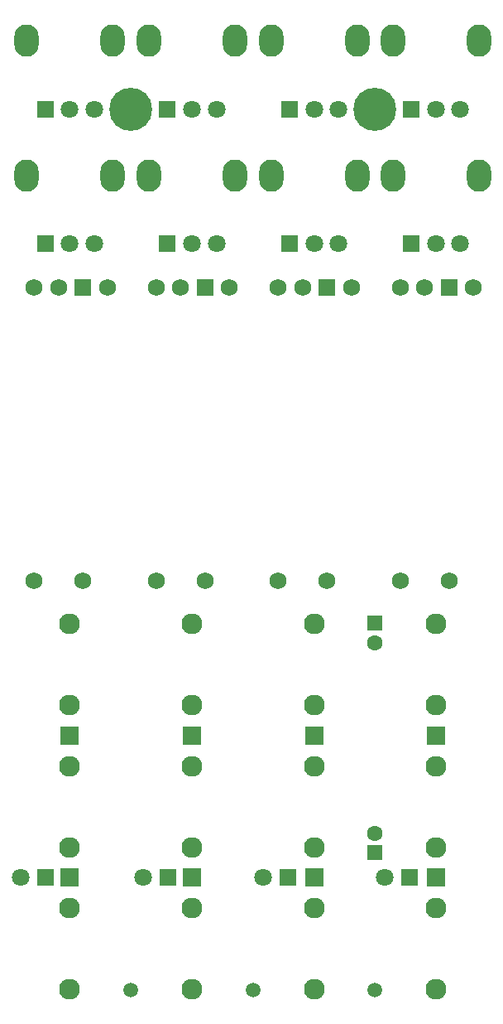
<source format=gbr>
%TF.GenerationSoftware,KiCad,Pcbnew,8.0.0*%
%TF.CreationDate,2024-08-29T00:26:00-07:00*%
%TF.ProjectId,veils_clone,7665696c-735f-4636-9c6f-6e652e6b6963,rev?*%
%TF.SameCoordinates,Original*%
%TF.FileFunction,Soldermask,Top*%
%TF.FilePolarity,Negative*%
%FSLAX46Y46*%
G04 Gerber Fmt 4.6, Leading zero omitted, Abs format (unit mm)*
G04 Created by KiCad (PCBNEW 8.0.0) date 2024-08-29 00:26:00*
%MOMM*%
%LPD*%
G01*
G04 APERTURE LIST*
%ADD10R,1.750000X1.750000*%
%ADD11C,1.750000*%
%ADD12O,2.500000X3.300000*%
%ADD13R,1.800000X1.800000*%
%ADD14C,1.800000*%
%ADD15C,2.130000*%
%ADD16C,1.500000*%
%ADD17R,1.930000X1.830000*%
%ADD18C,4.400000*%
%ADD19R,1.600000X1.600000*%
%ADD20C,1.600000*%
G04 APERTURE END LIST*
D10*
%TO.C,RV8*%
X97580000Y-76900000D03*
D11*
X100080000Y-76900000D03*
X97580000Y-106900000D03*
X95080000Y-76900000D03*
X92580000Y-106900000D03*
X92580000Y-76900000D03*
%TD*%
D12*
%TO.C,RV3*%
X66850000Y-51725000D03*
X75650000Y-51725000D03*
D13*
X68750000Y-58725000D03*
D14*
X71250000Y-58725000D03*
X73750000Y-58725000D03*
%TD*%
D15*
%TO.C,J3*%
X71250000Y-140350000D03*
X71250000Y-148650000D03*
%TD*%
D16*
%TO.C,REF\u002A\u002A*%
X102500000Y-148750000D03*
%TD*%
D12*
%TO.C,RV12*%
X104325000Y-51725000D03*
X113125000Y-51725000D03*
D13*
X106225000Y-58725000D03*
D14*
X108725000Y-58725000D03*
X111225000Y-58725000D03*
%TD*%
D17*
%TO.C,J2*%
X71250000Y-122750000D03*
D15*
X71250000Y-111350000D03*
X71250000Y-119650000D03*
%TD*%
D12*
%TO.C,RV9*%
X91850000Y-51725000D03*
X100650000Y-51725000D03*
D13*
X93750000Y-58725000D03*
D14*
X96250000Y-58725000D03*
X98750000Y-58725000D03*
%TD*%
D13*
%TO.C,D4*%
X81275000Y-137250000D03*
D14*
X78735000Y-137250000D03*
%TD*%
D15*
%TO.C,J6*%
X83750000Y-140350000D03*
X83750000Y-148650000D03*
%TD*%
D12*
%TO.C,RV7*%
X91850000Y-65475000D03*
X100650000Y-65475000D03*
D13*
X93750000Y-72475000D03*
D14*
X96250000Y-72475000D03*
X98750000Y-72475000D03*
%TD*%
D12*
%TO.C,RV1*%
X66850000Y-65475000D03*
X75650000Y-65475000D03*
D13*
X68750000Y-72475000D03*
D14*
X71250000Y-72475000D03*
X73750000Y-72475000D03*
%TD*%
D15*
%TO.C,J9*%
X96250000Y-140350000D03*
X96250000Y-148650000D03*
%TD*%
D17*
%TO.C,J10*%
X108750000Y-137250000D03*
D15*
X108750000Y-125850000D03*
X108750000Y-134150000D03*
%TD*%
D12*
%TO.C,RV4*%
X79350000Y-65475000D03*
X88150000Y-65475000D03*
D13*
X81250000Y-72475000D03*
D14*
X83750000Y-72475000D03*
X86250000Y-72475000D03*
%TD*%
D12*
%TO.C,RV6*%
X79350000Y-51725000D03*
X88150000Y-51725000D03*
D13*
X81250000Y-58725000D03*
D14*
X83750000Y-58725000D03*
X86250000Y-58725000D03*
%TD*%
D15*
%TO.C,J12*%
X108750000Y-140350000D03*
X108750000Y-148650000D03*
%TD*%
D17*
%TO.C,J4*%
X83750000Y-137250000D03*
D15*
X83750000Y-125850000D03*
X83750000Y-134150000D03*
%TD*%
D17*
%TO.C,J8*%
X96250000Y-122750000D03*
D15*
X96250000Y-111350000D03*
X96250000Y-119650000D03*
%TD*%
D18*
%TO.C,REF\u002A\u002A*%
X102500000Y-58725000D03*
%TD*%
D10*
%TO.C,RV11*%
X110080000Y-76900000D03*
D11*
X112580000Y-76900000D03*
X110080000Y-106900000D03*
X107580000Y-76900000D03*
X105080000Y-106900000D03*
X105080000Y-76900000D03*
%TD*%
D17*
%TO.C,J1*%
X71250000Y-137250000D03*
D15*
X71250000Y-125850000D03*
X71250000Y-134150000D03*
%TD*%
D13*
%TO.C,D8*%
X106050000Y-137250000D03*
D14*
X103510000Y-137250000D03*
%TD*%
D13*
%TO.C,D6*%
X93550000Y-137250000D03*
D14*
X91010000Y-137250000D03*
%TD*%
D17*
%TO.C,J5*%
X83750000Y-122750000D03*
D15*
X83750000Y-111350000D03*
X83750000Y-119650000D03*
%TD*%
D17*
%TO.C,J11*%
X108750000Y-122750000D03*
D15*
X108750000Y-111350000D03*
X108750000Y-119650000D03*
%TD*%
D12*
%TO.C,RV10*%
X104325000Y-65475000D03*
X113125000Y-65475000D03*
D13*
X106225000Y-72475000D03*
D14*
X108725000Y-72475000D03*
X111225000Y-72475000D03*
%TD*%
D17*
%TO.C,J7*%
X96250000Y-137250000D03*
D15*
X96250000Y-125850000D03*
X96250000Y-134150000D03*
%TD*%
D18*
%TO.C,REF\u002A\u002A*%
X77500000Y-58725000D03*
%TD*%
D13*
%TO.C,D2*%
X68775000Y-137250000D03*
D14*
X66235000Y-137250000D03*
%TD*%
D10*
%TO.C,RV5*%
X85080000Y-76900000D03*
D11*
X87580000Y-76900000D03*
X85080000Y-106900000D03*
X82580000Y-76900000D03*
X80080000Y-106900000D03*
X80080000Y-76900000D03*
%TD*%
D16*
%TO.C,REF\u002A\u002A*%
X77500000Y-148750000D03*
%TD*%
%TO.C,REF\u002A\u002A*%
X90000000Y-148750000D03*
%TD*%
D10*
%TO.C,RV2*%
X72580000Y-76900000D03*
D11*
X75080000Y-76900000D03*
X72580000Y-106900000D03*
X70080000Y-76900000D03*
X67580000Y-106900000D03*
X67580000Y-76900000D03*
%TD*%
D19*
%TO.C,C42*%
X102455112Y-111250000D03*
D20*
X102455112Y-113250000D03*
%TD*%
D19*
%TO.C,C41*%
X102500000Y-134705113D03*
D20*
X102500000Y-132705113D03*
%TD*%
M02*

</source>
